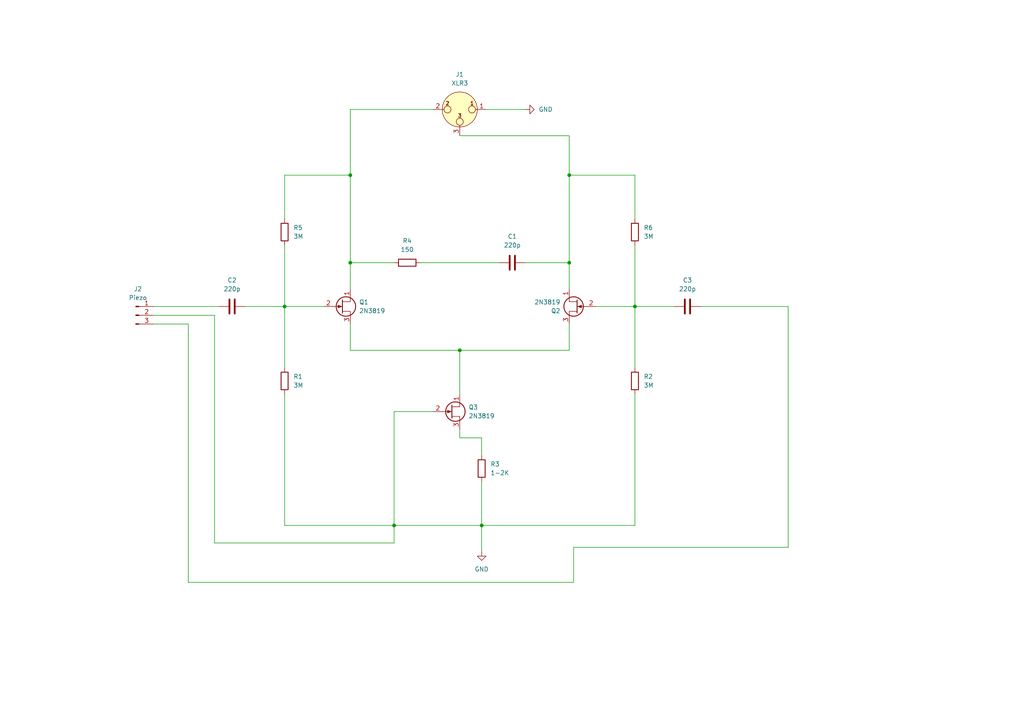
<source format=kicad_sch>
(kicad_sch (version 20231120) (generator "eeschema") (generator_version "8.0")
  (paper "A4")
  (lib_symbols
    (symbol "Connector:Conn_01x03_Pin" (pin_names (offset 1.016) hide)
      (property "Reference" "J" (at 0 5.08 0))
      (property "Value" "Conn_01x03_Pin" (at 0 -5.08 0))
      (symbol "Conn_01x03_Pin_1_1"
        (polyline (pts (xy 1.27 -2.54) (xy 0.8636 -2.54)) (stroke (width 0.1524)))
        (polyline (pts (xy 1.27 0) (xy 0.8636 0)) (stroke (width 0.1524)))
        (polyline (pts (xy 1.27 2.54) (xy 0.8636 2.54)) (stroke (width 0.1524)))
        (rectangle (start 0.8636 -2.413) (end 0 -2.667) (stroke (width 0.1524)) (fill (type outline)))
        (rectangle (start 0.8636 0.127) (end 0 -0.127) (stroke (width 0.1524)) (fill (type outline)))
        (rectangle (start 0.8636 2.667) (end 0 2.413) (stroke (width 0.1524)) (fill (type outline)))
        (pin passive line (at 5.08 2.54 180) (length 3.81) (name "Pin_1") (number "1"))
        (pin passive line (at 5.08 0 180) (length 3.81) (name "Pin_2") (number "2"))
        (pin passive line (at 5.08 -2.54 180) (length 3.81) (name "Pin_3") (number "3"))
      )
    )
    (symbol "Connector_Audio:XLR3" (pin_names hide)
      (property "Reference" "J" (at 0 8.89 0))
      (property "Value" "XLR3" (at 0 6.35 0))
      (symbol "XLR3_0_1"
        (circle (center -3.556 0) (radius 1.016))
        (circle (center 0 -3.556) (radius 1.016))
        (polyline (pts (xy -5.08 0) (xy -4.572 0)))
        (polyline (pts (xy 0 -5.08) (xy 0 -4.572)))
        (polyline (pts (xy 5.08 0) (xy 4.572 0)))
        (circle (center 0 0) (radius 5.08) (fill (type background)))
        (circle (center 3.556 0) (radius 1.016))
        (text "1" (at -3.556 1.778 0) (effects (font (size 1.016 1.016) (bold yes))))
        (text "2" (at 3.556 1.778 0) (effects (font (size 1.016 1.016) (bold yes))))
        (text "3" (at 0 -1.778 0) (effects (font (size 1.016 1.016) (bold yes))))
        (pin passive line (at -7.62 0 0) (length 2.54) (name "~") (number "1"))
        (pin passive line (at 7.62 0 180) (length 2.54) (name "~") (number "2"))
        (pin passive line (at 0 -7.62 90) (length 2.54) (name "~") (number "3"))
      )
    )
    (symbol "Device:C" (pin_numbers hide) (pin_names (offset 0.254))
      (property "Reference" "C" (at 0.635 2.54 0))
      (property "Value" "C" (at 0.635 -2.54 0))
      (symbol "C_0_1"
        (polyline (pts (xy -2.032 -0.762) (xy 2.032 -0.762)) (stroke (width 0.508)))
        (polyline (pts (xy -2.032 0.762) (xy 2.032 0.762)) (stroke (width 0.508)))
      )
      (symbol "C_1_1"
        (pin passive line (at 0 3.81 270) (length 2.794) (name "~") (number "1"))
        (pin passive line (at 0 -3.81 90) (length 2.794) (name "~") (number "2"))
      )
    )
    (symbol "Device:R" (pin_numbers hide) (pin_names (offset 0))
      (property "Reference" "R" (at 2.032 0 90))
      (property "Value" "R" (at 0 0 90))
      (symbol "R_0_1"
        (rectangle (start -1.016 -2.54) (end 1.016 2.54) (stroke (width 0.254)))
      )
      (symbol "R_1_1"
        (pin passive line (at 0 3.81 270) (length 1.27) (name "~") (number "1"))
        (pin passive line (at 0 -3.81 90) (length 1.27) (name "~") (number "2"))
      )
    )
    (symbol "Transistor_FET:2N3819" (pin_names hide)
      (property "Reference" "Q" (at 5.08 1.905 0))
      (property "Value" "2N3819" (at 5.08 0 0))
      (symbol "2N3819_0_1"
        (polyline (pts (xy 0.254 0) (xy -2.54 0)))
        (polyline (pts (xy 0.254 1.905) (xy 0.254 -1.905)) (stroke (width 0.254)))
        (polyline (pts (xy 2.54 -2.54) (xy 2.54 -1.397) (xy 0.254 -1.397)))
        (polyline (pts (xy 2.54 2.54) (xy 2.54 1.397) (xy 0.254 1.397)))
        (polyline (pts (xy 0 0) (xy -1.016 0.381) (xy -1.016 -0.381) (xy 0 0)) (fill (type outline)))
        (circle (center 1.27 0) (radius 2.8194) (stroke (width 0.254)))
      )
      (symbol "2N3819_1_1"
        (pin passive line (at 2.54 5.08 270) (length 2.54) (name "D") (number "1"))
        (pin input line (at -5.08 0 0) (length 2.54) (name "G") (number "2"))
        (pin passive line (at 2.54 -5.08 90) (length 2.54) (name "S") (number "3"))
      )
    )
    (symbol "power:GND" (power) (pin_numbers hide) (pin_names (offset 0) hide)
      (property "Value" "GND" (at 0 -3.81 0))
      (symbol "GND_0_1"
        (polyline (pts (xy 0 0) (xy 0 -1.27) (xy 1.27 -1.27) (xy 0 -2.54) (xy -1.27 -1.27) (xy 0 -1.27)))
      )
      (symbol "GND_1_1"
        (pin power_in line (at 0 0 270) (length 0) (name "~") (number "1"))
      )
    )
  )
  (junction (at 133.35 101.6))
  (junction (at 184.15 88.9))
  (junction (at 114.3 152.4))
  (junction (at 101.6 76.2))
  (junction (at 165.1 50.8))
  (junction (at 139.7 152.4))
  (junction (at 165.1 76.2))
  (junction (at 82.55 88.9))
  (junction (at 101.6 50.8))
  (wire (pts (xy 114.3 152.4) (xy 82.55 152.4)))
  (wire (pts (xy 44.45 91.44) (xy 62.23 91.44)))
  (wire (pts (xy 133.35 124.46) (xy 133.35 127)))
  (wire (pts (xy 62.23 157.48) (xy 114.3 157.48)))
  (wire (pts (xy 101.6 50.8) (xy 101.6 76.2)))
  (wire (pts (xy 101.6 83.82) (xy 101.6 76.2)))
  (wire (pts (xy 184.15 88.9) (xy 184.15 106.68)))
  (wire (pts (xy 125.73 119.38) (xy 114.3 119.38)))
  (wire (pts (xy 203.2 88.9) (xy 228.6 88.9)))
  (wire (pts (xy 228.6 158.75) (xy 228.6 88.9)))
  (wire (pts (xy 82.55 88.9) (xy 93.98 88.9)))
  (wire (pts (xy 139.7 152.4) (xy 114.3 152.4)))
  (wire (pts (xy 140.97 31.75) (xy 152.4 31.75)))
  (wire (pts (xy 101.6 93.98) (xy 101.6 101.6)))
  (wire (pts (xy 54.61 168.91) (xy 166.37 168.91)))
  (wire (pts (xy 184.15 63.5) (xy 184.15 50.8)))
  (wire (pts (xy 71.12 88.9) (xy 82.55 88.9)))
  (wire (pts (xy 184.15 71.12) (xy 184.15 88.9)))
  (wire (pts (xy 166.37 168.91) (xy 166.37 158.75)))
  (wire (pts (xy 165.1 76.2) (xy 165.1 83.82)))
  (wire (pts (xy 101.6 31.75) (xy 101.6 50.8)))
  (wire (pts (xy 114.3 157.48) (xy 114.3 152.4)))
  (wire (pts (xy 121.92 76.2) (xy 144.78 76.2)))
  (wire (pts (xy 139.7 152.4) (xy 184.15 152.4)))
  (wire (pts (xy 133.35 39.37) (xy 165.1 39.37)))
  (wire (pts (xy 125.73 31.75) (xy 101.6 31.75)))
  (wire (pts (xy 54.61 93.98) (xy 54.61 168.91)))
  (wire (pts (xy 139.7 152.4) (xy 139.7 160.02)))
  (wire (pts (xy 184.15 88.9) (xy 195.58 88.9)))
  (wire (pts (xy 139.7 139.7) (xy 139.7 152.4)))
  (wire (pts (xy 44.45 93.98) (xy 54.61 93.98)))
  (wire (pts (xy 165.1 39.37) (xy 165.1 50.8)))
  (wire (pts (xy 101.6 76.2) (xy 114.3 76.2)))
  (wire (pts (xy 82.55 63.5) (xy 82.55 50.8)))
  (wire (pts (xy 101.6 101.6) (xy 133.35 101.6)))
  (wire (pts (xy 133.35 127) (xy 139.7 127)))
  (wire (pts (xy 82.55 114.3) (xy 82.55 152.4)))
  (wire (pts (xy 82.55 88.9) (xy 82.55 106.68)))
  (wire (pts (xy 82.55 71.12) (xy 82.55 88.9)))
  (wire (pts (xy 62.23 91.44) (xy 62.23 157.48)))
  (wire (pts (xy 184.15 50.8) (xy 165.1 50.8)))
  (wire (pts (xy 172.72 88.9) (xy 184.15 88.9)))
  (wire (pts (xy 139.7 127) (xy 139.7 132.08)))
  (wire (pts (xy 114.3 119.38) (xy 114.3 152.4)))
  (wire (pts (xy 165.1 50.8) (xy 165.1 76.2)))
  (wire (pts (xy 165.1 101.6) (xy 165.1 93.98)))
  (wire (pts (xy 152.4 76.2) (xy 165.1 76.2)))
  (wire (pts (xy 133.35 101.6) (xy 165.1 101.6)))
  (wire (pts (xy 184.15 114.3) (xy 184.15 152.4)))
  (wire (pts (xy 44.45 88.9) (xy 63.5 88.9)))
  (wire (pts (xy 166.37 158.75) (xy 228.6 158.75)))
  (wire (pts (xy 133.35 101.6) (xy 133.35 114.3)))
  (wire (pts (xy 82.55 50.8) (xy 101.6 50.8)))
  (symbol (lib_id "power:GND") (at 152.4 31.75 90) (unit 1)
    (property "Reference" "#PWR01" (effects (hide yes)))
    (property "Value" "GND" (at 156.21 31.7499 90) (effects (justify right)))
    (property "Description" "Power symbol creates a global label with name \"GND\" , ground" (effects (hide yes)))
  )
  (symbol (lib_id "Connector_Audio:XLR3") (at 133.35 31.75 0) (mirror y) (unit 1)
    (property "Reference" "J1" (at 133.35 21.59 0))
    (property "Value" "XLR3" (at 133.35 24.13 0))
    (property "Footprint" "Connector_Audio:Jack_XLR_Neutrik_NC3MAAH_Horizontal" (effects (hide yes)))
    (property "Description" "XLR Connector, Male or Female, 3 Pins" (effects (hide yes)))
  )
  (symbol (lib_id "Transistor_FET:2N3819") (at 167.64 88.9 0) (mirror y) (unit 1)
    (property "Reference" "Q2" (at 162.56 90.1701 0) (effects (justify left)))
    (property "Value" "2N3819" (at 162.56 87.6301 0) (effects (justify left)))
    (property "Footprint" "MyComponents:TO-92_Inline" (effects (hide yes)))
    (property "Datasheet" "https://my.centralsemi.com/datasheets/2N3819.PDF" (effects (hide yes)))
    (property "Description" "20mA Id, 25V Vgs, N-Channel JFET Transistor, TO-92" (effects (hide yes)))
  )
  (symbol (lib_id "Connector:Conn_01x03_Pin") (at 39.37 91.44 0) (unit 1)
    (property "Reference" "J2" (at 40.005 83.82 0))
    (property "Value" "Piezo" (at 40.005 86.36 0))
    (property "Footprint" "MyComponents:TE_826576-3_1x03_P3.96mm_Vertical" (effects (hide yes)))
    (property "Description" "Generic connector, single row, 01x03, script generated" (effects (hide yes)))
  )
  (symbol (lib_id "Device:R") (at 184.15 67.31 0) (unit 1)
    (property "Reference" "R6" (at 186.69 66.0399 0) (effects (justify left)))
    (property "Value" "3M" (at 186.69 68.5799 0) (effects (justify left)))
    (property "Footprint" "MyComponents:R_Axial_DIN0207_L6.3mm_D2.5mm_P8.128mm_Horizontal" (effects (hide yes)))
    (property "Description" "Resistor" (effects (hide yes)))
  )
  (symbol (lib_id "Device:R") (at 118.11 76.2 90) (unit 1)
    (property "Reference" "R4" (at 118.11 69.85 90))
    (property "Value" "150" (at 118.11 72.39 90))
    (property "Footprint" "MyComponents:R_Axial_DIN0207_L6.3mm_D2.5mm_P8.128mm_Horizontal" (effects (hide yes)))
    (property "Description" "Resistor" (effects (hide yes)))
  )
  (symbol (lib_id "Transistor_FET:2N3819") (at 99.06 88.9 0) (unit 1)
    (property "Reference" "Q1" (at 104.14 87.6299 0) (effects (justify left)))
    (property "Value" "2N3819" (at 104.14 90.1699 0) (effects (justify left)))
    (property "Footprint" "MyComponents:TO-92_Inline" (effects (hide yes)))
    (property "Datasheet" "https://my.centralsemi.com/datasheets/2N3819.PDF" (effects (hide yes)))
    (property "Description" "20mA Id, 25V Vgs, N-Channel JFET Transistor, TO-92" (effects (hide yes)))
  )
  (symbol (lib_id "Transistor_FET:2N3819") (at 130.81 119.38 0) (unit 1)
    (property "Reference" "Q3" (at 135.89 118.1099 0) (effects (justify left)))
    (property "Value" "2N3819" (at 135.89 120.6499 0) (effects (justify left)))
    (property "Footprint" "MyComponents:TO-92_Inline" (effects (hide yes)))
    (property "Datasheet" "https://my.centralsemi.com/datasheets/2N3819.PDF" (effects (hide yes)))
    (property "Description" "20mA Id, 25V Vgs, N-Channel JFET Transistor, TO-92" (effects (hide yes)))
  )
  (symbol (lib_id "Device:C") (at 199.39 88.9 90) (unit 1)
    (property "Reference" "C3" (at 199.39 81.28 90))
    (property "Value" "220p" (at 199.39 83.82 90))
    (property "Footprint" "MyComponents:C_Disc_D3.0mm_W1.6mm_P2.50mm" (effects (hide yes)))
    (property "Description" "Unpolarized capacitor" (effects (hide yes)))
  )
  (symbol (lib_id "Device:R") (at 184.15 110.49 0) (unit 1)
    (property "Reference" "R2" (at 186.69 109.2199 0) (effects (justify left)))
    (property "Value" "3M" (at 186.69 111.7599 0) (effects (justify left)))
    (property "Footprint" "MyComponents:R_Axial_DIN0207_L6.3mm_D2.5mm_P8.128mm_Horizontal" (effects (hide yes)))
    (property "Description" "Resistor" (effects (hide yes)))
  )
  (symbol (lib_id "Device:R") (at 82.55 110.49 0) (unit 1)
    (property "Reference" "R1" (at 85.09 109.2199 0) (effects (justify left)))
    (property "Value" "3M" (at 85.09 111.7599 0) (effects (justify left)))
    (property "Footprint" "MyComponents:R_Axial_DIN0207_L6.3mm_D2.5mm_P8.128mm_Horizontal" (effects (hide yes)))
    (property "Description" "Resistor" (effects (hide yes)))
  )
  (symbol (lib_id "power:GND") (at 139.7 160.02 0) (unit 1)
    (property "Reference" "#PWR02" (effects (hide yes)))
    (property "Value" "GND" (at 139.7 165.1 0))
    (property "Description" "Power symbol creates a global label with name \"GND\" , ground" (effects (hide yes)))
  )
  (symbol (lib_id "Device:C") (at 67.31 88.9 90) (unit 1)
    (property "Reference" "C2" (at 67.31 81.28 90))
    (property "Value" "220p" (at 67.31 83.82 90))
    (property "Footprint" "MyComponents:C_Disc_D3.0mm_W1.6mm_P2.50mm" (effects (hide yes)))
    (property "Description" "Unpolarized capacitor" (effects (hide yes)))
  )
  (symbol (lib_id "Device:R") (at 82.55 67.31 0) (unit 1)
    (property "Reference" "R5" (at 85.09 66.0399 0) (effects (justify left)))
    (property "Value" "3M" (at 85.09 68.5799 0) (effects (justify left)))
    (property "Footprint" "MyComponents:R_Axial_DIN0207_L6.3mm_D2.5mm_P8.128mm_Horizontal" (effects (hide yes)))
    (property "Description" "Resistor" (effects (hide yes)))
  )
  (symbol (lib_id "Device:C") (at 148.59 76.2 90) (unit 1)
    (property "Reference" "C1" (at 148.59 68.58 90))
    (property "Value" "220p" (at 148.59 71.12 90))
    (property "Footprint" "MyComponents:C_Disc_D3.0mm_W1.6mm_P2.50mm" (effects (hide yes)))
    (property "Description" "Unpolarized capacitor" (effects (hide yes)))
  )
  (symbol (lib_id "Device:R") (at 139.7 135.89 0) (unit 1)
    (property "Reference" "R3" (at 142.24 134.6199 0) (effects (justify left)))
    (property "Value" "1-2K" (at 142.24 137.1599 0) (effects (justify left)))
    (property "Footprint" "MyComponents:R_Axial_DIN0207_L6.3mm_D2.5mm_P8.128mm_Horizontal" (effects (hide yes)))
    (property "Description" "Resistor" (effects (hide yes)))
  )
)
</source>
